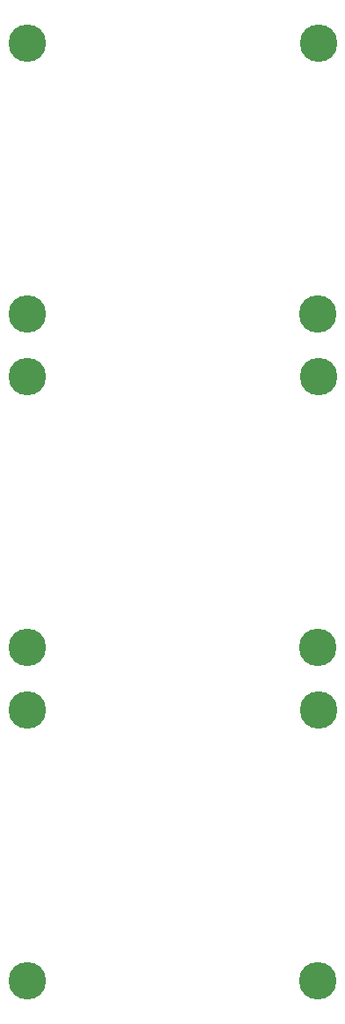
<source format=gts>
G04 #@! TF.GenerationSoftware,KiCad,Pcbnew,(5.0.0)*
G04 #@! TF.CreationDate,2019-02-16T18:39:58+09:00*
G04 #@! TF.ProjectId,lancer_sensorboard_v3,6C616E6365725F73656E736F72626F61,rev?*
G04 #@! TF.SameCoordinates,Original*
G04 #@! TF.FileFunction,Soldermask,Top*
G04 #@! TF.FilePolarity,Negative*
%FSLAX46Y46*%
G04 Gerber Fmt 4.6, Leading zero omitted, Abs format (unit mm)*
G04 Created by KiCad (PCBNEW (5.0.0)) date 02/16/19 18:39:58*
%MOMM*%
%LPD*%
G01*
G04 APERTURE LIST*
%ADD10C,3.600000*%
G04 APERTURE END LIST*
D10*
G04 #@! TO.C,REF\002A\002A*
X106013654Y-56500000D03*
G04 #@! TD*
G04 #@! TO.C,REF\002A\002A*
X134013654Y-56500000D03*
G04 #@! TD*
G04 #@! TO.C,REF\002A\002A*
X134000000Y-82500000D03*
G04 #@! TD*
G04 #@! TO.C,REF\002A\002A*
X106000000Y-82500000D03*
G04 #@! TD*
G04 #@! TO.C,REF\002A\002A*
X106013654Y-88500000D03*
G04 #@! TD*
G04 #@! TO.C,REF\002A\002A*
X134013654Y-88500000D03*
G04 #@! TD*
G04 #@! TO.C,REF\002A\002A*
X133986346Y-114500000D03*
G04 #@! TD*
G04 #@! TO.C,REF\002A\002A*
X105986346Y-114500000D03*
G04 #@! TD*
G04 #@! TO.C,REF\002A\002A*
X106013654Y-120500000D03*
G04 #@! TD*
G04 #@! TO.C,REF\002A\002A*
X134013654Y-120500000D03*
G04 #@! TD*
G04 #@! TO.C,REF\002A\002A*
X133986346Y-146500000D03*
G04 #@! TD*
G04 #@! TO.C,REF\002A\002A*
X105986346Y-146500000D03*
G04 #@! TD*
M02*

</source>
